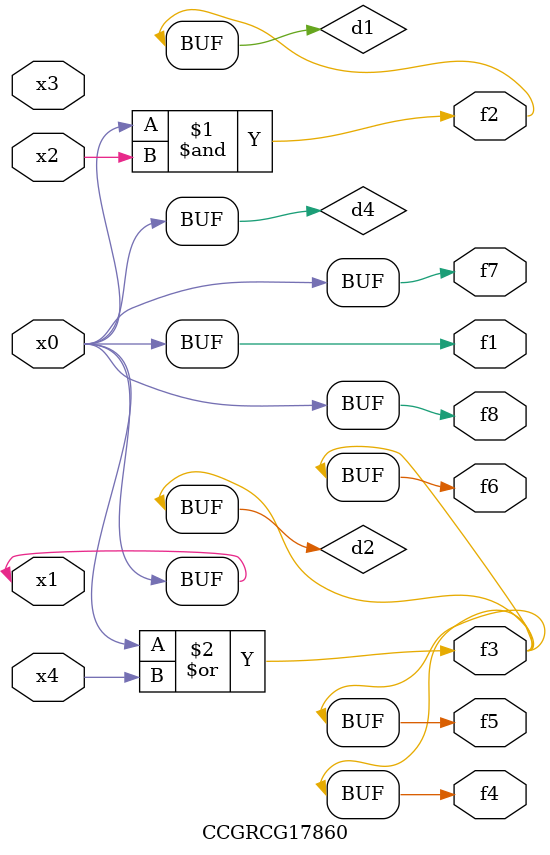
<source format=v>
module CCGRCG17860(
	input x0, x1, x2, x3, x4,
	output f1, f2, f3, f4, f5, f6, f7, f8
);

	wire d1, d2, d3, d4;

	and (d1, x0, x2);
	or (d2, x0, x4);
	nand (d3, x0, x2);
	buf (d4, x0, x1);
	assign f1 = d4;
	assign f2 = d1;
	assign f3 = d2;
	assign f4 = d2;
	assign f5 = d2;
	assign f6 = d2;
	assign f7 = d4;
	assign f8 = d4;
endmodule

</source>
